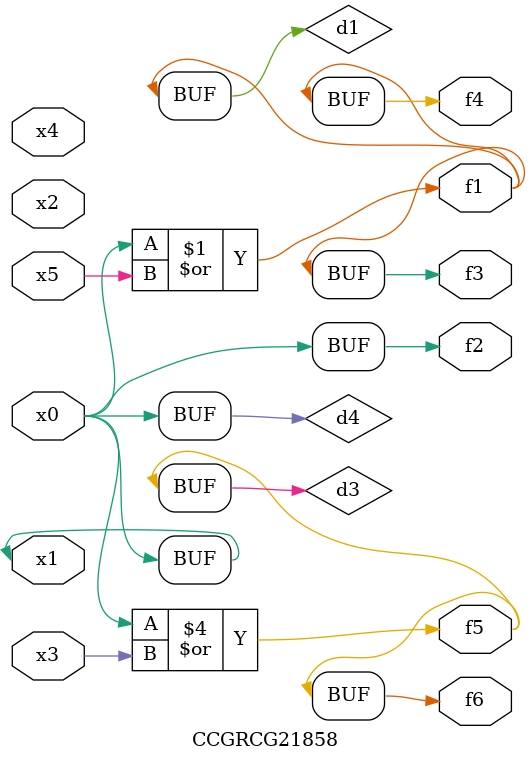
<source format=v>
module CCGRCG21858(
	input x0, x1, x2, x3, x4, x5,
	output f1, f2, f3, f4, f5, f6
);

	wire d1, d2, d3, d4;

	or (d1, x0, x5);
	xnor (d2, x1, x4);
	or (d3, x0, x3);
	buf (d4, x0, x1);
	assign f1 = d1;
	assign f2 = d4;
	assign f3 = d1;
	assign f4 = d1;
	assign f5 = d3;
	assign f6 = d3;
endmodule

</source>
